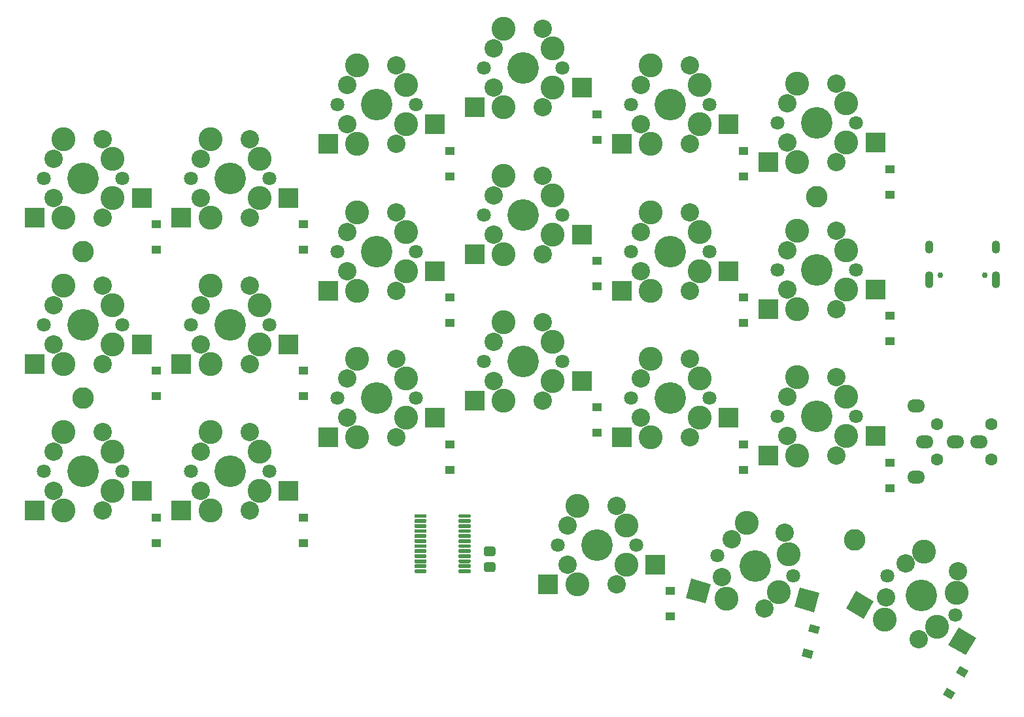
<source format=gbr>
%TF.GenerationSoftware,KiCad,Pcbnew,(5.1.6-0-10_14)*%
%TF.CreationDate,2020-09-21T09:47:25-07:00*%
%TF.ProjectId,my-keyboard,6d792d6b-6579-4626-9f61-72642e6b6963,rev?*%
%TF.SameCoordinates,Original*%
%TF.FileFunction,Soldermask,Bot*%
%TF.FilePolarity,Negative*%
%FSLAX46Y46*%
G04 Gerber Fmt 4.6, Leading zero omitted, Abs format (unit mm)*
G04 Created by KiCad (PCBNEW (5.1.6-0-10_14)) date 2020-09-21 09:47:25*
%MOMM*%
%LPD*%
G01*
G04 APERTURE LIST*
%ADD10C,2.800000*%
%ADD11C,1.600000*%
%ADD12O,2.300000X1.700000*%
%ADD13R,1.300000X1.000000*%
%ADD14C,0.100000*%
%ADD15O,1.100000X1.700000*%
%ADD16C,0.750000*%
%ADD17O,1.100000X2.200000*%
%ADD18C,1.801800*%
%ADD19C,2.386000*%
%ADD20C,4.087800*%
%ADD21C,3.100000*%
%ADD22R,2.650000X2.600000*%
G04 APERTURE END LIST*
D10*
%TO.C,REF\u002A\u002A*%
X145000000Y-71375000D03*
%TD*%
%TO.C,REF\u002A\u002A*%
X149860000Y-115824000D03*
%TD*%
%TO.C,REF\u002A\u002A*%
X50000000Y-97500000D03*
%TD*%
%TO.C,REF\u002A\u002A*%
X50000000Y-78500000D03*
%TD*%
D11*
%TO.C,J2*%
X160564000Y-105424000D03*
X167564000Y-105424000D03*
D12*
X157864000Y-107724000D03*
X157864000Y-98524000D03*
X158964000Y-103124000D03*
X165964000Y-103124000D03*
D11*
X160564000Y-100824000D03*
X167564000Y-100824000D03*
D12*
X162964000Y-103124000D03*
%TD*%
%TO.C,C9*%
G36*
G01*
X102137738Y-118755000D02*
X103094262Y-118755000D01*
G75*
G02*
X103366000Y-119026738I0J-271738D01*
G01*
X103366000Y-119733262D01*
G75*
G02*
X103094262Y-120005000I-271738J0D01*
G01*
X102137738Y-120005000D01*
G75*
G02*
X101866000Y-119733262I0J271738D01*
G01*
X101866000Y-119026738D01*
G75*
G02*
X102137738Y-118755000I271738J0D01*
G01*
G37*
G36*
G01*
X102137738Y-116705000D02*
X103094262Y-116705000D01*
G75*
G02*
X103366000Y-116976738I0J-271738D01*
G01*
X103366000Y-117683262D01*
G75*
G02*
X103094262Y-117955000I-271738J0D01*
G01*
X102137738Y-117955000D01*
G75*
G02*
X101866000Y-117683262I0J271738D01*
G01*
X101866000Y-116976738D01*
G75*
G02*
X102137738Y-116705000I271738J0D01*
G01*
G37*
%TD*%
D13*
%TO.C,D1*%
X59500000Y-74950000D03*
X59500000Y-78250000D03*
%TD*%
%TO.C,D2*%
X59500000Y-93950000D03*
X59500000Y-97250000D03*
%TD*%
%TO.C,D3*%
X59500000Y-112950000D03*
X59500000Y-116250000D03*
%TD*%
%TO.C,D4*%
X78500000Y-74950000D03*
X78500000Y-78250000D03*
%TD*%
%TO.C,D5*%
X78500000Y-93950000D03*
X78500000Y-97250000D03*
%TD*%
%TO.C,D6*%
X78500000Y-112950000D03*
X78500000Y-116250000D03*
%TD*%
%TO.C,D7*%
X97500000Y-65450000D03*
X97500000Y-68750000D03*
%TD*%
%TO.C,D8*%
X97500000Y-84450000D03*
X97500000Y-87750000D03*
%TD*%
%TO.C,D9*%
X97500000Y-103450000D03*
X97500000Y-106750000D03*
%TD*%
%TO.C,D10*%
X116500000Y-60700000D03*
X116500000Y-64000000D03*
%TD*%
%TO.C,D11*%
X116500000Y-79700000D03*
X116500000Y-83000000D03*
%TD*%
%TO.C,D12*%
X116500000Y-98700000D03*
X116500000Y-102000000D03*
%TD*%
%TO.C,D13*%
X126000000Y-122450000D03*
X126000000Y-125750000D03*
%TD*%
%TO.C,D14*%
X135500000Y-65450000D03*
X135500000Y-68750000D03*
%TD*%
%TO.C,D15*%
X135500000Y-84450000D03*
X135500000Y-87750000D03*
%TD*%
%TO.C,D16*%
X135500000Y-103450000D03*
X135500000Y-106750000D03*
%TD*%
D14*
%TO.C,D17*%
G36*
X145165493Y-128060417D02*
G01*
X143909790Y-127723953D01*
X144168609Y-126758027D01*
X145424312Y-127094491D01*
X145165493Y-128060417D01*
G37*
G36*
X144311391Y-131247973D02*
G01*
X143055688Y-130911509D01*
X143314507Y-129945583D01*
X144570210Y-130282047D01*
X144311391Y-131247973D01*
G37*
%TD*%
D13*
%TO.C,D18*%
X154500000Y-67825000D03*
X154500000Y-71125000D03*
%TD*%
%TO.C,D19*%
X154500000Y-86825000D03*
X154500000Y-90125000D03*
%TD*%
%TO.C,D20*%
X154500000Y-105825000D03*
X154500000Y-109125000D03*
%TD*%
D14*
%TO.C,D21*%
G36*
X164102917Y-133675071D02*
G01*
X162977083Y-133025071D01*
X163477083Y-132159045D01*
X164602917Y-132809045D01*
X164102917Y-133675071D01*
G37*
G36*
X162452917Y-136532955D02*
G01*
X161327083Y-135882955D01*
X161827083Y-135016929D01*
X162952917Y-135666929D01*
X162452917Y-136532955D01*
G37*
%TD*%
D15*
%TO.C,J1*%
X159510000Y-77944000D03*
D16*
X160940000Y-81594000D03*
D15*
X168150000Y-77944000D03*
D16*
X166720000Y-81594000D03*
D17*
X168150000Y-82124000D03*
X159510000Y-82124000D03*
%TD*%
D18*
%TO.C,K1*%
X44920000Y-69000000D03*
X55080000Y-69000000D03*
D19*
X46190000Y-66460000D03*
D20*
X50000000Y-69000000D03*
D19*
X52540000Y-63920000D03*
D21*
X53810000Y-71540000D03*
X47460000Y-74080000D03*
D19*
X46190000Y-71540000D03*
X52540000Y-74080000D03*
D21*
X53810000Y-66460000D03*
X47460000Y-63920000D03*
D22*
X57560000Y-71540000D03*
X43710000Y-74080000D03*
%TD*%
D18*
%TO.C,K2*%
X44920000Y-88000000D03*
X55080000Y-88000000D03*
D19*
X46190000Y-85460000D03*
D20*
X50000000Y-88000000D03*
D19*
X52540000Y-82920000D03*
D21*
X53810000Y-90540000D03*
X47460000Y-93080000D03*
D19*
X46190000Y-90540000D03*
X52540000Y-93080000D03*
D21*
X53810000Y-85460000D03*
X47460000Y-82920000D03*
D22*
X57560000Y-90540000D03*
X43710000Y-93080000D03*
%TD*%
D18*
%TO.C,K3*%
X44920000Y-107000000D03*
X55080000Y-107000000D03*
D19*
X46190000Y-104460000D03*
D20*
X50000000Y-107000000D03*
D19*
X52540000Y-101920000D03*
D21*
X53810000Y-109540000D03*
X47460000Y-112080000D03*
D19*
X46190000Y-109540000D03*
X52540000Y-112080000D03*
D21*
X53810000Y-104460000D03*
X47460000Y-101920000D03*
D22*
X57560000Y-109540000D03*
X43710000Y-112080000D03*
%TD*%
D18*
%TO.C,K4*%
X63920000Y-69000000D03*
X74080000Y-69000000D03*
D19*
X65190000Y-66460000D03*
D20*
X69000000Y-69000000D03*
D19*
X71540000Y-63920000D03*
D21*
X72810000Y-71540000D03*
X66460000Y-74080000D03*
D19*
X65190000Y-71540000D03*
X71540000Y-74080000D03*
D21*
X72810000Y-66460000D03*
X66460000Y-63920000D03*
D22*
X76560000Y-71540000D03*
X62710000Y-74080000D03*
%TD*%
D18*
%TO.C,K5*%
X63920000Y-88000000D03*
X74080000Y-88000000D03*
D19*
X65190000Y-85460000D03*
D20*
X69000000Y-88000000D03*
D19*
X71540000Y-82920000D03*
D21*
X72810000Y-90540000D03*
X66460000Y-93080000D03*
D19*
X65190000Y-90540000D03*
X71540000Y-93080000D03*
D21*
X72810000Y-85460000D03*
X66460000Y-82920000D03*
D22*
X76560000Y-90540000D03*
X62710000Y-93080000D03*
%TD*%
D18*
%TO.C,K6*%
X63920000Y-107000000D03*
X74080000Y-107000000D03*
D19*
X65190000Y-104460000D03*
D20*
X69000000Y-107000000D03*
D19*
X71540000Y-101920000D03*
D21*
X72810000Y-109540000D03*
X66460000Y-112080000D03*
D19*
X65190000Y-109540000D03*
X71540000Y-112080000D03*
D21*
X72810000Y-104460000D03*
X66460000Y-101920000D03*
D22*
X76560000Y-109540000D03*
X62710000Y-112080000D03*
%TD*%
D18*
%TO.C,K7*%
X82920000Y-59500000D03*
X93080000Y-59500000D03*
D19*
X84190000Y-56960000D03*
D20*
X88000000Y-59500000D03*
D19*
X90540000Y-54420000D03*
D21*
X91810000Y-62040000D03*
X85460000Y-64580000D03*
D19*
X84190000Y-62040000D03*
X90540000Y-64580000D03*
D21*
X91810000Y-56960000D03*
X85460000Y-54420000D03*
D22*
X95560000Y-62040000D03*
X81710000Y-64580000D03*
%TD*%
D18*
%TO.C,K8*%
X82920000Y-78500000D03*
X93080000Y-78500000D03*
D19*
X84190000Y-75960000D03*
D20*
X88000000Y-78500000D03*
D19*
X90540000Y-73420000D03*
D21*
X91810000Y-81040000D03*
X85460000Y-83580000D03*
D19*
X84190000Y-81040000D03*
X90540000Y-83580000D03*
D21*
X91810000Y-75960000D03*
X85460000Y-73420000D03*
D22*
X95560000Y-81040000D03*
X81710000Y-83580000D03*
%TD*%
D18*
%TO.C,K9*%
X82920000Y-97500000D03*
X93080000Y-97500000D03*
D19*
X84190000Y-94960000D03*
D20*
X88000000Y-97500000D03*
D19*
X90540000Y-92420000D03*
D21*
X91810000Y-100040000D03*
X85460000Y-102580000D03*
D19*
X84190000Y-100040000D03*
X90540000Y-102580000D03*
D21*
X91810000Y-94960000D03*
X85460000Y-92420000D03*
D22*
X95560000Y-100040000D03*
X81710000Y-102580000D03*
%TD*%
D18*
%TO.C,K10*%
X101920000Y-54750000D03*
X112080000Y-54750000D03*
D19*
X103190000Y-52210000D03*
D20*
X107000000Y-54750000D03*
D19*
X109540000Y-49670000D03*
D21*
X110810000Y-57290000D03*
X104460000Y-59830000D03*
D19*
X103190000Y-57290000D03*
X109540000Y-59830000D03*
D21*
X110810000Y-52210000D03*
X104460000Y-49670000D03*
D22*
X114560000Y-57290000D03*
X100710000Y-59830000D03*
%TD*%
D18*
%TO.C,K11*%
X101920000Y-73750000D03*
X112080000Y-73750000D03*
D19*
X103190000Y-71210000D03*
D20*
X107000000Y-73750000D03*
D19*
X109540000Y-68670000D03*
D21*
X110810000Y-76290000D03*
X104460000Y-78830000D03*
D19*
X103190000Y-76290000D03*
X109540000Y-78830000D03*
D21*
X110810000Y-71210000D03*
X104460000Y-68670000D03*
D22*
X114560000Y-76290000D03*
X100710000Y-78830000D03*
%TD*%
D18*
%TO.C,K12*%
X101920000Y-92750000D03*
X112080000Y-92750000D03*
D19*
X103190000Y-90210000D03*
D20*
X107000000Y-92750000D03*
D19*
X109540000Y-87670000D03*
D21*
X110810000Y-95290000D03*
X104460000Y-97830000D03*
D19*
X103190000Y-95290000D03*
X109540000Y-97830000D03*
D21*
X110810000Y-90210000D03*
X104460000Y-87670000D03*
D22*
X114560000Y-95290000D03*
X100710000Y-97830000D03*
%TD*%
D18*
%TO.C,K13*%
X111420000Y-116500000D03*
X121580000Y-116500000D03*
D19*
X112690000Y-113960000D03*
D20*
X116500000Y-116500000D03*
D19*
X119040000Y-111420000D03*
D21*
X120310000Y-119040000D03*
X113960000Y-121580000D03*
D19*
X112690000Y-119040000D03*
X119040000Y-121580000D03*
D21*
X120310000Y-113960000D03*
X113960000Y-111420000D03*
D22*
X124060000Y-119040000D03*
X110210000Y-121580000D03*
%TD*%
D18*
%TO.C,K14*%
X120920000Y-59500000D03*
X131080000Y-59500000D03*
D19*
X122190000Y-56960000D03*
D20*
X126000000Y-59500000D03*
D19*
X128540000Y-54420000D03*
D21*
X129810000Y-62040000D03*
X123460000Y-64580000D03*
D19*
X122190000Y-62040000D03*
X128540000Y-64580000D03*
D21*
X129810000Y-56960000D03*
X123460000Y-54420000D03*
D22*
X133560000Y-62040000D03*
X119710000Y-64580000D03*
%TD*%
D18*
%TO.C,K15*%
X120920000Y-78500000D03*
X131080000Y-78500000D03*
D19*
X122190000Y-75960000D03*
D20*
X126000000Y-78500000D03*
D19*
X128540000Y-73420000D03*
D21*
X129810000Y-81040000D03*
X123460000Y-83580000D03*
D19*
X122190000Y-81040000D03*
X128540000Y-83580000D03*
D21*
X129810000Y-75960000D03*
X123460000Y-73420000D03*
D22*
X133560000Y-81040000D03*
X119710000Y-83580000D03*
%TD*%
D18*
%TO.C,K16*%
X120920000Y-97500000D03*
X131080000Y-97500000D03*
D19*
X122190000Y-94960000D03*
D20*
X126000000Y-97500000D03*
D19*
X128540000Y-92420000D03*
D21*
X129810000Y-100040000D03*
X123460000Y-102580000D03*
D19*
X122190000Y-100040000D03*
X128540000Y-102580000D03*
D21*
X129810000Y-94960000D03*
X123460000Y-92420000D03*
D22*
X133560000Y-100040000D03*
X119710000Y-102580000D03*
%TD*%
D18*
%TO.C,K17*%
X132124097Y-117888199D03*
X141937903Y-120517801D03*
D19*
X134008223Y-115763448D03*
D20*
X137031000Y-119203000D03*
D19*
X140799252Y-114953497D03*
D21*
X140053777Y-122642552D03*
X133262748Y-123452503D03*
D19*
X132693422Y-120670351D03*
X138169651Y-124767304D03*
D21*
X141368578Y-117735649D03*
X135892349Y-113638696D03*
D14*
G36*
X142059683Y-124525892D02*
G01*
X142732612Y-122014485D01*
X145292315Y-122700356D01*
X144619386Y-125211763D01*
X142059683Y-124525892D01*
G37*
G36*
X128024210Y-123394699D02*
G01*
X128697139Y-120883292D01*
X131256842Y-121569163D01*
X130583913Y-124080570D01*
X128024210Y-123394699D01*
G37*
%TD*%
D18*
%TO.C,K18*%
X139920000Y-61875000D03*
X150080000Y-61875000D03*
D19*
X141190000Y-59335000D03*
D20*
X145000000Y-61875000D03*
D19*
X147540000Y-56795000D03*
D21*
X148810000Y-64415000D03*
X142460000Y-66955000D03*
D19*
X141190000Y-64415000D03*
X147540000Y-66955000D03*
D21*
X148810000Y-59335000D03*
X142460000Y-56795000D03*
D22*
X152560000Y-64415000D03*
X138710000Y-66955000D03*
%TD*%
D18*
%TO.C,K19*%
X139920000Y-80875000D03*
X150080000Y-80875000D03*
D19*
X141190000Y-78335000D03*
D20*
X145000000Y-80875000D03*
D19*
X147540000Y-75795000D03*
D21*
X148810000Y-83415000D03*
X142460000Y-85955000D03*
D19*
X141190000Y-83415000D03*
X147540000Y-85955000D03*
D21*
X148810000Y-78335000D03*
X142460000Y-75795000D03*
D22*
X152560000Y-83415000D03*
X138710000Y-85955000D03*
%TD*%
D18*
%TO.C,K20*%
X139920000Y-99875000D03*
X150080000Y-99875000D03*
D19*
X141190000Y-97335000D03*
D20*
X145000000Y-99875000D03*
D19*
X147540000Y-94795000D03*
D21*
X148810000Y-102415000D03*
X142460000Y-104955000D03*
D19*
X141190000Y-102415000D03*
X147540000Y-104955000D03*
D21*
X148810000Y-97335000D03*
X142460000Y-94795000D03*
D22*
X152560000Y-102415000D03*
X138710000Y-104955000D03*
%TD*%
D18*
%TO.C,K21*%
X154138591Y-120474000D03*
X162937409Y-125554000D03*
D19*
X156508443Y-118909295D03*
D20*
X158538000Y-123014000D03*
D19*
X163277705Y-119884591D03*
D21*
X160567557Y-127118705D03*
X153798295Y-126143409D03*
D19*
X153968443Y-123308705D03*
X158197705Y-128683409D03*
D21*
X163107557Y-122719295D03*
X158878295Y-117344591D03*
D14*
G36*
X162017668Y-129457038D02*
G01*
X163317668Y-127205372D01*
X165612636Y-128530372D01*
X164312636Y-130782038D01*
X162017668Y-129457038D01*
G37*
G36*
X148753216Y-124731742D02*
G01*
X150053216Y-122480076D01*
X152348184Y-123805076D01*
X151048184Y-126056742D01*
X148753216Y-124731742D01*
G37*
%TD*%
%TO.C,U2*%
G36*
G01*
X98595000Y-120032000D02*
X98595000Y-119782000D01*
G75*
G02*
X98720000Y-119657000I125000J0D01*
G01*
X100045000Y-119657000D01*
G75*
G02*
X100170000Y-119782000I0J-125000D01*
G01*
X100170000Y-120032000D01*
G75*
G02*
X100045000Y-120157000I-125000J0D01*
G01*
X98720000Y-120157000D01*
G75*
G02*
X98595000Y-120032000I0J125000D01*
G01*
G37*
G36*
G01*
X98595000Y-119382000D02*
X98595000Y-119132000D01*
G75*
G02*
X98720000Y-119007000I125000J0D01*
G01*
X100045000Y-119007000D01*
G75*
G02*
X100170000Y-119132000I0J-125000D01*
G01*
X100170000Y-119382000D01*
G75*
G02*
X100045000Y-119507000I-125000J0D01*
G01*
X98720000Y-119507000D01*
G75*
G02*
X98595000Y-119382000I0J125000D01*
G01*
G37*
G36*
G01*
X98595000Y-118732000D02*
X98595000Y-118482000D01*
G75*
G02*
X98720000Y-118357000I125000J0D01*
G01*
X100045000Y-118357000D01*
G75*
G02*
X100170000Y-118482000I0J-125000D01*
G01*
X100170000Y-118732000D01*
G75*
G02*
X100045000Y-118857000I-125000J0D01*
G01*
X98720000Y-118857000D01*
G75*
G02*
X98595000Y-118732000I0J125000D01*
G01*
G37*
G36*
G01*
X98595000Y-118082000D02*
X98595000Y-117832000D01*
G75*
G02*
X98720000Y-117707000I125000J0D01*
G01*
X100045000Y-117707000D01*
G75*
G02*
X100170000Y-117832000I0J-125000D01*
G01*
X100170000Y-118082000D01*
G75*
G02*
X100045000Y-118207000I-125000J0D01*
G01*
X98720000Y-118207000D01*
G75*
G02*
X98595000Y-118082000I0J125000D01*
G01*
G37*
G36*
G01*
X98595000Y-117432000D02*
X98595000Y-117182000D01*
G75*
G02*
X98720000Y-117057000I125000J0D01*
G01*
X100045000Y-117057000D01*
G75*
G02*
X100170000Y-117182000I0J-125000D01*
G01*
X100170000Y-117432000D01*
G75*
G02*
X100045000Y-117557000I-125000J0D01*
G01*
X98720000Y-117557000D01*
G75*
G02*
X98595000Y-117432000I0J125000D01*
G01*
G37*
G36*
G01*
X98595000Y-116782000D02*
X98595000Y-116532000D01*
G75*
G02*
X98720000Y-116407000I125000J0D01*
G01*
X100045000Y-116407000D01*
G75*
G02*
X100170000Y-116532000I0J-125000D01*
G01*
X100170000Y-116782000D01*
G75*
G02*
X100045000Y-116907000I-125000J0D01*
G01*
X98720000Y-116907000D01*
G75*
G02*
X98595000Y-116782000I0J125000D01*
G01*
G37*
G36*
G01*
X98595000Y-116132000D02*
X98595000Y-115882000D01*
G75*
G02*
X98720000Y-115757000I125000J0D01*
G01*
X100045000Y-115757000D01*
G75*
G02*
X100170000Y-115882000I0J-125000D01*
G01*
X100170000Y-116132000D01*
G75*
G02*
X100045000Y-116257000I-125000J0D01*
G01*
X98720000Y-116257000D01*
G75*
G02*
X98595000Y-116132000I0J125000D01*
G01*
G37*
G36*
G01*
X98595000Y-115482000D02*
X98595000Y-115232000D01*
G75*
G02*
X98720000Y-115107000I125000J0D01*
G01*
X100045000Y-115107000D01*
G75*
G02*
X100170000Y-115232000I0J-125000D01*
G01*
X100170000Y-115482000D01*
G75*
G02*
X100045000Y-115607000I-125000J0D01*
G01*
X98720000Y-115607000D01*
G75*
G02*
X98595000Y-115482000I0J125000D01*
G01*
G37*
G36*
G01*
X98595000Y-114832000D02*
X98595000Y-114582000D01*
G75*
G02*
X98720000Y-114457000I125000J0D01*
G01*
X100045000Y-114457000D01*
G75*
G02*
X100170000Y-114582000I0J-125000D01*
G01*
X100170000Y-114832000D01*
G75*
G02*
X100045000Y-114957000I-125000J0D01*
G01*
X98720000Y-114957000D01*
G75*
G02*
X98595000Y-114832000I0J125000D01*
G01*
G37*
G36*
G01*
X98595000Y-114182000D02*
X98595000Y-113932000D01*
G75*
G02*
X98720000Y-113807000I125000J0D01*
G01*
X100045000Y-113807000D01*
G75*
G02*
X100170000Y-113932000I0J-125000D01*
G01*
X100170000Y-114182000D01*
G75*
G02*
X100045000Y-114307000I-125000J0D01*
G01*
X98720000Y-114307000D01*
G75*
G02*
X98595000Y-114182000I0J125000D01*
G01*
G37*
G36*
G01*
X98595000Y-113532000D02*
X98595000Y-113282000D01*
G75*
G02*
X98720000Y-113157000I125000J0D01*
G01*
X100045000Y-113157000D01*
G75*
G02*
X100170000Y-113282000I0J-125000D01*
G01*
X100170000Y-113532000D01*
G75*
G02*
X100045000Y-113657000I-125000J0D01*
G01*
X98720000Y-113657000D01*
G75*
G02*
X98595000Y-113532000I0J125000D01*
G01*
G37*
G36*
G01*
X98595000Y-112882000D02*
X98595000Y-112632000D01*
G75*
G02*
X98720000Y-112507000I125000J0D01*
G01*
X100045000Y-112507000D01*
G75*
G02*
X100170000Y-112632000I0J-125000D01*
G01*
X100170000Y-112882000D01*
G75*
G02*
X100045000Y-113007000I-125000J0D01*
G01*
X98720000Y-113007000D01*
G75*
G02*
X98595000Y-112882000I0J125000D01*
G01*
G37*
G36*
G01*
X92870000Y-112882000D02*
X92870000Y-112632000D01*
G75*
G02*
X92995000Y-112507000I125000J0D01*
G01*
X94320000Y-112507000D01*
G75*
G02*
X94445000Y-112632000I0J-125000D01*
G01*
X94445000Y-112882000D01*
G75*
G02*
X94320000Y-113007000I-125000J0D01*
G01*
X92995000Y-113007000D01*
G75*
G02*
X92870000Y-112882000I0J125000D01*
G01*
G37*
G36*
G01*
X92870000Y-113532000D02*
X92870000Y-113282000D01*
G75*
G02*
X92995000Y-113157000I125000J0D01*
G01*
X94320000Y-113157000D01*
G75*
G02*
X94445000Y-113282000I0J-125000D01*
G01*
X94445000Y-113532000D01*
G75*
G02*
X94320000Y-113657000I-125000J0D01*
G01*
X92995000Y-113657000D01*
G75*
G02*
X92870000Y-113532000I0J125000D01*
G01*
G37*
G36*
G01*
X92870000Y-114182000D02*
X92870000Y-113932000D01*
G75*
G02*
X92995000Y-113807000I125000J0D01*
G01*
X94320000Y-113807000D01*
G75*
G02*
X94445000Y-113932000I0J-125000D01*
G01*
X94445000Y-114182000D01*
G75*
G02*
X94320000Y-114307000I-125000J0D01*
G01*
X92995000Y-114307000D01*
G75*
G02*
X92870000Y-114182000I0J125000D01*
G01*
G37*
G36*
G01*
X92870000Y-114832000D02*
X92870000Y-114582000D01*
G75*
G02*
X92995000Y-114457000I125000J0D01*
G01*
X94320000Y-114457000D01*
G75*
G02*
X94445000Y-114582000I0J-125000D01*
G01*
X94445000Y-114832000D01*
G75*
G02*
X94320000Y-114957000I-125000J0D01*
G01*
X92995000Y-114957000D01*
G75*
G02*
X92870000Y-114832000I0J125000D01*
G01*
G37*
G36*
G01*
X92870000Y-115482000D02*
X92870000Y-115232000D01*
G75*
G02*
X92995000Y-115107000I125000J0D01*
G01*
X94320000Y-115107000D01*
G75*
G02*
X94445000Y-115232000I0J-125000D01*
G01*
X94445000Y-115482000D01*
G75*
G02*
X94320000Y-115607000I-125000J0D01*
G01*
X92995000Y-115607000D01*
G75*
G02*
X92870000Y-115482000I0J125000D01*
G01*
G37*
G36*
G01*
X92870000Y-116132000D02*
X92870000Y-115882000D01*
G75*
G02*
X92995000Y-115757000I125000J0D01*
G01*
X94320000Y-115757000D01*
G75*
G02*
X94445000Y-115882000I0J-125000D01*
G01*
X94445000Y-116132000D01*
G75*
G02*
X94320000Y-116257000I-125000J0D01*
G01*
X92995000Y-116257000D01*
G75*
G02*
X92870000Y-116132000I0J125000D01*
G01*
G37*
G36*
G01*
X92870000Y-116782000D02*
X92870000Y-116532000D01*
G75*
G02*
X92995000Y-116407000I125000J0D01*
G01*
X94320000Y-116407000D01*
G75*
G02*
X94445000Y-116532000I0J-125000D01*
G01*
X94445000Y-116782000D01*
G75*
G02*
X94320000Y-116907000I-125000J0D01*
G01*
X92995000Y-116907000D01*
G75*
G02*
X92870000Y-116782000I0J125000D01*
G01*
G37*
G36*
G01*
X92870000Y-117432000D02*
X92870000Y-117182000D01*
G75*
G02*
X92995000Y-117057000I125000J0D01*
G01*
X94320000Y-117057000D01*
G75*
G02*
X94445000Y-117182000I0J-125000D01*
G01*
X94445000Y-117432000D01*
G75*
G02*
X94320000Y-117557000I-125000J0D01*
G01*
X92995000Y-117557000D01*
G75*
G02*
X92870000Y-117432000I0J125000D01*
G01*
G37*
G36*
G01*
X92870000Y-118082000D02*
X92870000Y-117832000D01*
G75*
G02*
X92995000Y-117707000I125000J0D01*
G01*
X94320000Y-117707000D01*
G75*
G02*
X94445000Y-117832000I0J-125000D01*
G01*
X94445000Y-118082000D01*
G75*
G02*
X94320000Y-118207000I-125000J0D01*
G01*
X92995000Y-118207000D01*
G75*
G02*
X92870000Y-118082000I0J125000D01*
G01*
G37*
G36*
G01*
X92870000Y-118732000D02*
X92870000Y-118482000D01*
G75*
G02*
X92995000Y-118357000I125000J0D01*
G01*
X94320000Y-118357000D01*
G75*
G02*
X94445000Y-118482000I0J-125000D01*
G01*
X94445000Y-118732000D01*
G75*
G02*
X94320000Y-118857000I-125000J0D01*
G01*
X92995000Y-118857000D01*
G75*
G02*
X92870000Y-118732000I0J125000D01*
G01*
G37*
G36*
G01*
X92870000Y-119382000D02*
X92870000Y-119132000D01*
G75*
G02*
X92995000Y-119007000I125000J0D01*
G01*
X94320000Y-119007000D01*
G75*
G02*
X94445000Y-119132000I0J-125000D01*
G01*
X94445000Y-119382000D01*
G75*
G02*
X94320000Y-119507000I-125000J0D01*
G01*
X92995000Y-119507000D01*
G75*
G02*
X92870000Y-119382000I0J125000D01*
G01*
G37*
G36*
G01*
X92870000Y-120032000D02*
X92870000Y-119782000D01*
G75*
G02*
X92995000Y-119657000I125000J0D01*
G01*
X94320000Y-119657000D01*
G75*
G02*
X94445000Y-119782000I0J-125000D01*
G01*
X94445000Y-120032000D01*
G75*
G02*
X94320000Y-120157000I-125000J0D01*
G01*
X92995000Y-120157000D01*
G75*
G02*
X92870000Y-120032000I0J125000D01*
G01*
G37*
%TD*%
M02*

</source>
